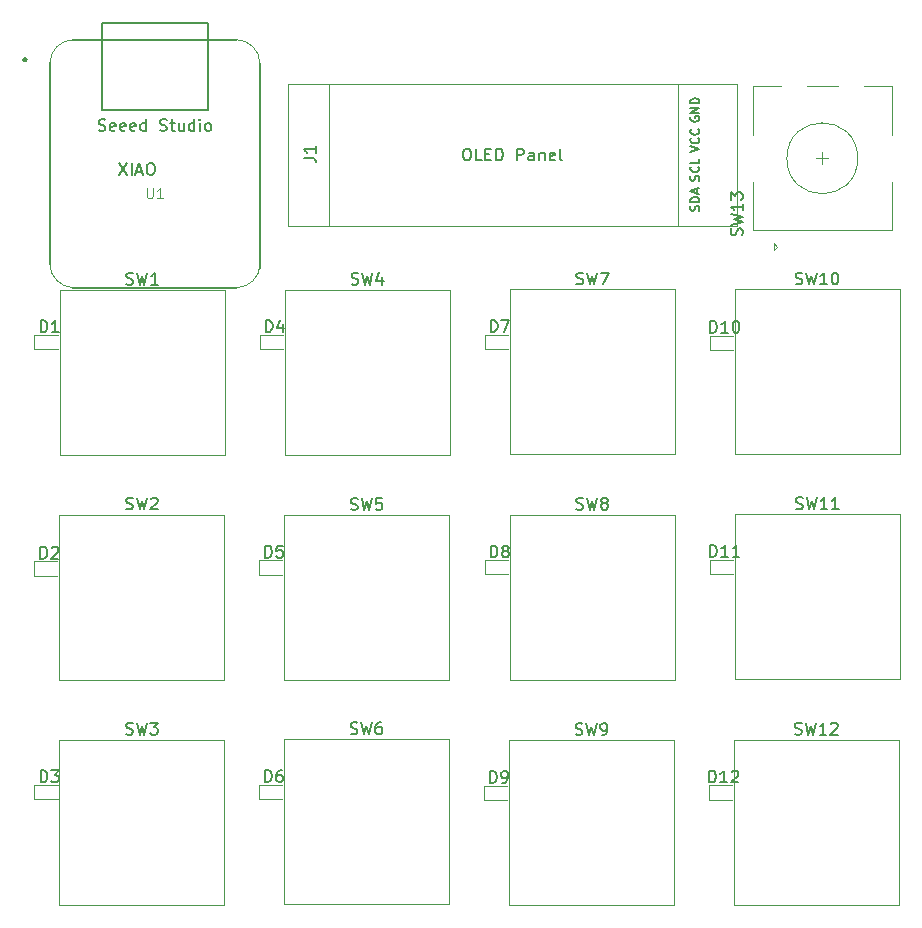
<source format=gbr>
%TF.GenerationSoftware,KiCad,Pcbnew,9.0.7*%
%TF.CreationDate,2026-02-22T16:46:49+05:30*%
%TF.ProjectId,Project,50726f6a-6563-4742-9e6b-696361645f70,rev?*%
%TF.SameCoordinates,Original*%
%TF.FileFunction,Legend,Top*%
%TF.FilePolarity,Positive*%
%FSLAX46Y46*%
G04 Gerber Fmt 4.6, Leading zero omitted, Abs format (unit mm)*
G04 Created by KiCad (PCBNEW 9.0.7) date 2026-02-22 16:46:49*
%MOMM*%
%LPD*%
G01*
G04 APERTURE LIST*
%ADD10C,0.150000*%
%ADD11C,0.101600*%
%ADD12C,0.120000*%
%ADD13C,0.040000*%
%ADD14C,0.127000*%
%ADD15C,0.254000*%
%ADD16C,0.025400*%
G04 APERTURE END LIST*
D10*
X131586667Y-76473200D02*
X131729524Y-76520819D01*
X131729524Y-76520819D02*
X131967619Y-76520819D01*
X131967619Y-76520819D02*
X132062857Y-76473200D01*
X132062857Y-76473200D02*
X132110476Y-76425580D01*
X132110476Y-76425580D02*
X132158095Y-76330342D01*
X132158095Y-76330342D02*
X132158095Y-76235104D01*
X132158095Y-76235104D02*
X132110476Y-76139866D01*
X132110476Y-76139866D02*
X132062857Y-76092247D01*
X132062857Y-76092247D02*
X131967619Y-76044628D01*
X131967619Y-76044628D02*
X131777143Y-75997009D01*
X131777143Y-75997009D02*
X131681905Y-75949390D01*
X131681905Y-75949390D02*
X131634286Y-75901771D01*
X131634286Y-75901771D02*
X131586667Y-75806533D01*
X131586667Y-75806533D02*
X131586667Y-75711295D01*
X131586667Y-75711295D02*
X131634286Y-75616057D01*
X131634286Y-75616057D02*
X131681905Y-75568438D01*
X131681905Y-75568438D02*
X131777143Y-75520819D01*
X131777143Y-75520819D02*
X132015238Y-75520819D01*
X132015238Y-75520819D02*
X132158095Y-75568438D01*
X132491429Y-75520819D02*
X132729524Y-76520819D01*
X132729524Y-76520819D02*
X132920000Y-75806533D01*
X132920000Y-75806533D02*
X133110476Y-76520819D01*
X133110476Y-76520819D02*
X133348572Y-75520819D01*
X134205714Y-75520819D02*
X133729524Y-75520819D01*
X133729524Y-75520819D02*
X133681905Y-75997009D01*
X133681905Y-75997009D02*
X133729524Y-75949390D01*
X133729524Y-75949390D02*
X133824762Y-75901771D01*
X133824762Y-75901771D02*
X134062857Y-75901771D01*
X134062857Y-75901771D02*
X134158095Y-75949390D01*
X134158095Y-75949390D02*
X134205714Y-75997009D01*
X134205714Y-75997009D02*
X134253333Y-76092247D01*
X134253333Y-76092247D02*
X134253333Y-76330342D01*
X134253333Y-76330342D02*
X134205714Y-76425580D01*
X134205714Y-76425580D02*
X134158095Y-76473200D01*
X134158095Y-76473200D02*
X134062857Y-76520819D01*
X134062857Y-76520819D02*
X133824762Y-76520819D01*
X133824762Y-76520819D02*
X133729524Y-76473200D01*
X133729524Y-76473200D02*
X133681905Y-76425580D01*
X112568079Y-76436838D02*
X112710936Y-76484457D01*
X112710936Y-76484457D02*
X112949031Y-76484457D01*
X112949031Y-76484457D02*
X113044269Y-76436838D01*
X113044269Y-76436838D02*
X113091888Y-76389218D01*
X113091888Y-76389218D02*
X113139507Y-76293980D01*
X113139507Y-76293980D02*
X113139507Y-76198742D01*
X113139507Y-76198742D02*
X113091888Y-76103504D01*
X113091888Y-76103504D02*
X113044269Y-76055885D01*
X113044269Y-76055885D02*
X112949031Y-76008266D01*
X112949031Y-76008266D02*
X112758555Y-75960647D01*
X112758555Y-75960647D02*
X112663317Y-75913028D01*
X112663317Y-75913028D02*
X112615698Y-75865409D01*
X112615698Y-75865409D02*
X112568079Y-75770171D01*
X112568079Y-75770171D02*
X112568079Y-75674933D01*
X112568079Y-75674933D02*
X112615698Y-75579695D01*
X112615698Y-75579695D02*
X112663317Y-75532076D01*
X112663317Y-75532076D02*
X112758555Y-75484457D01*
X112758555Y-75484457D02*
X112996650Y-75484457D01*
X112996650Y-75484457D02*
X113139507Y-75532076D01*
X113472841Y-75484457D02*
X113710936Y-76484457D01*
X113710936Y-76484457D02*
X113901412Y-75770171D01*
X113901412Y-75770171D02*
X114091888Y-76484457D01*
X114091888Y-76484457D02*
X114329984Y-75484457D01*
X114663317Y-75579695D02*
X114710936Y-75532076D01*
X114710936Y-75532076D02*
X114806174Y-75484457D01*
X114806174Y-75484457D02*
X115044269Y-75484457D01*
X115044269Y-75484457D02*
X115139507Y-75532076D01*
X115139507Y-75532076D02*
X115187126Y-75579695D01*
X115187126Y-75579695D02*
X115234745Y-75674933D01*
X115234745Y-75674933D02*
X115234745Y-75770171D01*
X115234745Y-75770171D02*
X115187126Y-75913028D01*
X115187126Y-75913028D02*
X114615698Y-76484457D01*
X114615698Y-76484457D02*
X115234745Y-76484457D01*
X162005714Y-80494819D02*
X162005714Y-79494819D01*
X162005714Y-79494819D02*
X162243809Y-79494819D01*
X162243809Y-79494819D02*
X162386666Y-79542438D01*
X162386666Y-79542438D02*
X162481904Y-79637676D01*
X162481904Y-79637676D02*
X162529523Y-79732914D01*
X162529523Y-79732914D02*
X162577142Y-79923390D01*
X162577142Y-79923390D02*
X162577142Y-80066247D01*
X162577142Y-80066247D02*
X162529523Y-80256723D01*
X162529523Y-80256723D02*
X162481904Y-80351961D01*
X162481904Y-80351961D02*
X162386666Y-80447200D01*
X162386666Y-80447200D02*
X162243809Y-80494819D01*
X162243809Y-80494819D02*
X162005714Y-80494819D01*
X163529523Y-80494819D02*
X162958095Y-80494819D01*
X163243809Y-80494819D02*
X163243809Y-79494819D01*
X163243809Y-79494819D02*
X163148571Y-79637676D01*
X163148571Y-79637676D02*
X163053333Y-79732914D01*
X163053333Y-79732914D02*
X162958095Y-79780533D01*
X164481904Y-80494819D02*
X163910476Y-80494819D01*
X164196190Y-80494819D02*
X164196190Y-79494819D01*
X164196190Y-79494819D02*
X164100952Y-79637676D01*
X164100952Y-79637676D02*
X164005714Y-79732914D01*
X164005714Y-79732914D02*
X163910476Y-79780533D01*
X124321905Y-99544819D02*
X124321905Y-98544819D01*
X124321905Y-98544819D02*
X124560000Y-98544819D01*
X124560000Y-98544819D02*
X124702857Y-98592438D01*
X124702857Y-98592438D02*
X124798095Y-98687676D01*
X124798095Y-98687676D02*
X124845714Y-98782914D01*
X124845714Y-98782914D02*
X124893333Y-98973390D01*
X124893333Y-98973390D02*
X124893333Y-99116247D01*
X124893333Y-99116247D02*
X124845714Y-99306723D01*
X124845714Y-99306723D02*
X124798095Y-99401961D01*
X124798095Y-99401961D02*
X124702857Y-99497200D01*
X124702857Y-99497200D02*
X124560000Y-99544819D01*
X124560000Y-99544819D02*
X124321905Y-99544819D01*
X125750476Y-98544819D02*
X125560000Y-98544819D01*
X125560000Y-98544819D02*
X125464762Y-98592438D01*
X125464762Y-98592438D02*
X125417143Y-98640057D01*
X125417143Y-98640057D02*
X125321905Y-98782914D01*
X125321905Y-98782914D02*
X125274286Y-98973390D01*
X125274286Y-98973390D02*
X125274286Y-99354342D01*
X125274286Y-99354342D02*
X125321905Y-99449580D01*
X125321905Y-99449580D02*
X125369524Y-99497200D01*
X125369524Y-99497200D02*
X125464762Y-99544819D01*
X125464762Y-99544819D02*
X125655238Y-99544819D01*
X125655238Y-99544819D02*
X125750476Y-99497200D01*
X125750476Y-99497200D02*
X125798095Y-99449580D01*
X125798095Y-99449580D02*
X125845714Y-99354342D01*
X125845714Y-99354342D02*
X125845714Y-99116247D01*
X125845714Y-99116247D02*
X125798095Y-99021009D01*
X125798095Y-99021009D02*
X125750476Y-98973390D01*
X125750476Y-98973390D02*
X125655238Y-98925771D01*
X125655238Y-98925771D02*
X125464762Y-98925771D01*
X125464762Y-98925771D02*
X125369524Y-98973390D01*
X125369524Y-98973390D02*
X125321905Y-99021009D01*
X125321905Y-99021009D02*
X125274286Y-99116247D01*
X150625437Y-95534430D02*
X150768294Y-95582049D01*
X150768294Y-95582049D02*
X151006389Y-95582049D01*
X151006389Y-95582049D02*
X151101627Y-95534430D01*
X151101627Y-95534430D02*
X151149246Y-95486810D01*
X151149246Y-95486810D02*
X151196865Y-95391572D01*
X151196865Y-95391572D02*
X151196865Y-95296334D01*
X151196865Y-95296334D02*
X151149246Y-95201096D01*
X151149246Y-95201096D02*
X151101627Y-95153477D01*
X151101627Y-95153477D02*
X151006389Y-95105858D01*
X151006389Y-95105858D02*
X150815913Y-95058239D01*
X150815913Y-95058239D02*
X150720675Y-95010620D01*
X150720675Y-95010620D02*
X150673056Y-94963001D01*
X150673056Y-94963001D02*
X150625437Y-94867763D01*
X150625437Y-94867763D02*
X150625437Y-94772525D01*
X150625437Y-94772525D02*
X150673056Y-94677287D01*
X150673056Y-94677287D02*
X150720675Y-94629668D01*
X150720675Y-94629668D02*
X150815913Y-94582049D01*
X150815913Y-94582049D02*
X151054008Y-94582049D01*
X151054008Y-94582049D02*
X151196865Y-94629668D01*
X151530199Y-94582049D02*
X151768294Y-95582049D01*
X151768294Y-95582049D02*
X151958770Y-94867763D01*
X151958770Y-94867763D02*
X152149246Y-95582049D01*
X152149246Y-95582049D02*
X152387342Y-94582049D01*
X152815913Y-95582049D02*
X153006389Y-95582049D01*
X153006389Y-95582049D02*
X153101627Y-95534430D01*
X153101627Y-95534430D02*
X153149246Y-95486810D01*
X153149246Y-95486810D02*
X153244484Y-95343953D01*
X153244484Y-95343953D02*
X153292103Y-95153477D01*
X153292103Y-95153477D02*
X153292103Y-94772525D01*
X153292103Y-94772525D02*
X153244484Y-94677287D01*
X153244484Y-94677287D02*
X153196865Y-94629668D01*
X153196865Y-94629668D02*
X153101627Y-94582049D01*
X153101627Y-94582049D02*
X152911151Y-94582049D01*
X152911151Y-94582049D02*
X152815913Y-94629668D01*
X152815913Y-94629668D02*
X152768294Y-94677287D01*
X152768294Y-94677287D02*
X152720675Y-94772525D01*
X152720675Y-94772525D02*
X152720675Y-95010620D01*
X152720675Y-95010620D02*
X152768294Y-95105858D01*
X152768294Y-95105858D02*
X152815913Y-95153477D01*
X152815913Y-95153477D02*
X152911151Y-95201096D01*
X152911151Y-95201096D02*
X153101627Y-95201096D01*
X153101627Y-95201096D02*
X153196865Y-95153477D01*
X153196865Y-95153477D02*
X153244484Y-95105858D01*
X153244484Y-95105858D02*
X153292103Y-95010620D01*
X143432302Y-61454818D02*
X143432302Y-60454818D01*
X143432302Y-60454818D02*
X143670397Y-60454818D01*
X143670397Y-60454818D02*
X143813254Y-60502437D01*
X143813254Y-60502437D02*
X143908492Y-60597675D01*
X143908492Y-60597675D02*
X143956111Y-60692913D01*
X143956111Y-60692913D02*
X144003730Y-60883389D01*
X144003730Y-60883389D02*
X144003730Y-61026246D01*
X144003730Y-61026246D02*
X143956111Y-61216722D01*
X143956111Y-61216722D02*
X143908492Y-61311960D01*
X143908492Y-61311960D02*
X143813254Y-61407199D01*
X143813254Y-61407199D02*
X143670397Y-61454818D01*
X143670397Y-61454818D02*
X143432302Y-61454818D01*
X144337064Y-60454818D02*
X145003730Y-60454818D01*
X145003730Y-60454818D02*
X144575159Y-61454818D01*
X143371905Y-99624819D02*
X143371905Y-98624819D01*
X143371905Y-98624819D02*
X143610000Y-98624819D01*
X143610000Y-98624819D02*
X143752857Y-98672438D01*
X143752857Y-98672438D02*
X143848095Y-98767676D01*
X143848095Y-98767676D02*
X143895714Y-98862914D01*
X143895714Y-98862914D02*
X143943333Y-99053390D01*
X143943333Y-99053390D02*
X143943333Y-99196247D01*
X143943333Y-99196247D02*
X143895714Y-99386723D01*
X143895714Y-99386723D02*
X143848095Y-99481961D01*
X143848095Y-99481961D02*
X143752857Y-99577200D01*
X143752857Y-99577200D02*
X143610000Y-99624819D01*
X143610000Y-99624819D02*
X143371905Y-99624819D01*
X144419524Y-99624819D02*
X144610000Y-99624819D01*
X144610000Y-99624819D02*
X144705238Y-99577200D01*
X144705238Y-99577200D02*
X144752857Y-99529580D01*
X144752857Y-99529580D02*
X144848095Y-99386723D01*
X144848095Y-99386723D02*
X144895714Y-99196247D01*
X144895714Y-99196247D02*
X144895714Y-98815295D01*
X144895714Y-98815295D02*
X144848095Y-98720057D01*
X144848095Y-98720057D02*
X144800476Y-98672438D01*
X144800476Y-98672438D02*
X144705238Y-98624819D01*
X144705238Y-98624819D02*
X144514762Y-98624819D01*
X144514762Y-98624819D02*
X144419524Y-98672438D01*
X144419524Y-98672438D02*
X144371905Y-98720057D01*
X144371905Y-98720057D02*
X144324286Y-98815295D01*
X144324286Y-98815295D02*
X144324286Y-99053390D01*
X144324286Y-99053390D02*
X144371905Y-99148628D01*
X144371905Y-99148628D02*
X144419524Y-99196247D01*
X144419524Y-99196247D02*
X144514762Y-99243866D01*
X144514762Y-99243866D02*
X144705238Y-99243866D01*
X144705238Y-99243866D02*
X144800476Y-99196247D01*
X144800476Y-99196247D02*
X144848095Y-99148628D01*
X144848095Y-99148628D02*
X144895714Y-99053390D01*
X169253213Y-57371759D02*
X169396070Y-57419378D01*
X169396070Y-57419378D02*
X169634165Y-57419378D01*
X169634165Y-57419378D02*
X169729403Y-57371759D01*
X169729403Y-57371759D02*
X169777022Y-57324139D01*
X169777022Y-57324139D02*
X169824641Y-57228901D01*
X169824641Y-57228901D02*
X169824641Y-57133663D01*
X169824641Y-57133663D02*
X169777022Y-57038425D01*
X169777022Y-57038425D02*
X169729403Y-56990806D01*
X169729403Y-56990806D02*
X169634165Y-56943187D01*
X169634165Y-56943187D02*
X169443689Y-56895568D01*
X169443689Y-56895568D02*
X169348451Y-56847949D01*
X169348451Y-56847949D02*
X169300832Y-56800330D01*
X169300832Y-56800330D02*
X169253213Y-56705092D01*
X169253213Y-56705092D02*
X169253213Y-56609854D01*
X169253213Y-56609854D02*
X169300832Y-56514616D01*
X169300832Y-56514616D02*
X169348451Y-56466997D01*
X169348451Y-56466997D02*
X169443689Y-56419378D01*
X169443689Y-56419378D02*
X169681784Y-56419378D01*
X169681784Y-56419378D02*
X169824641Y-56466997D01*
X170157975Y-56419378D02*
X170396070Y-57419378D01*
X170396070Y-57419378D02*
X170586546Y-56705092D01*
X170586546Y-56705092D02*
X170777022Y-57419378D01*
X170777022Y-57419378D02*
X171015118Y-56419378D01*
X171919879Y-57419378D02*
X171348451Y-57419378D01*
X171634165Y-57419378D02*
X171634165Y-56419378D01*
X171634165Y-56419378D02*
X171538927Y-56562235D01*
X171538927Y-56562235D02*
X171443689Y-56657473D01*
X171443689Y-56657473D02*
X171348451Y-56705092D01*
X172538927Y-56419378D02*
X172634165Y-56419378D01*
X172634165Y-56419378D02*
X172729403Y-56466997D01*
X172729403Y-56466997D02*
X172777022Y-56514616D01*
X172777022Y-56514616D02*
X172824641Y-56609854D01*
X172824641Y-56609854D02*
X172872260Y-56800330D01*
X172872260Y-56800330D02*
X172872260Y-57038425D01*
X172872260Y-57038425D02*
X172824641Y-57228901D01*
X172824641Y-57228901D02*
X172777022Y-57324139D01*
X172777022Y-57324139D02*
X172729403Y-57371759D01*
X172729403Y-57371759D02*
X172634165Y-57419378D01*
X172634165Y-57419378D02*
X172538927Y-57419378D01*
X172538927Y-57419378D02*
X172443689Y-57371759D01*
X172443689Y-57371759D02*
X172396070Y-57324139D01*
X172396070Y-57324139D02*
X172348451Y-57228901D01*
X172348451Y-57228901D02*
X172300832Y-57038425D01*
X172300832Y-57038425D02*
X172300832Y-56800330D01*
X172300832Y-56800330D02*
X172348451Y-56609854D01*
X172348451Y-56609854D02*
X172396070Y-56514616D01*
X172396070Y-56514616D02*
X172443689Y-56466997D01*
X172443689Y-56466997D02*
X172538927Y-56419378D01*
X143429973Y-80537730D02*
X143429973Y-79537730D01*
X143429973Y-79537730D02*
X143668068Y-79537730D01*
X143668068Y-79537730D02*
X143810925Y-79585349D01*
X143810925Y-79585349D02*
X143906163Y-79680587D01*
X143906163Y-79680587D02*
X143953782Y-79775825D01*
X143953782Y-79775825D02*
X144001401Y-79966301D01*
X144001401Y-79966301D02*
X144001401Y-80109158D01*
X144001401Y-80109158D02*
X143953782Y-80299634D01*
X143953782Y-80299634D02*
X143906163Y-80394872D01*
X143906163Y-80394872D02*
X143810925Y-80490111D01*
X143810925Y-80490111D02*
X143668068Y-80537730D01*
X143668068Y-80537730D02*
X143429973Y-80537730D01*
X144572830Y-79966301D02*
X144477592Y-79918682D01*
X144477592Y-79918682D02*
X144429973Y-79871063D01*
X144429973Y-79871063D02*
X144382354Y-79775825D01*
X144382354Y-79775825D02*
X144382354Y-79728206D01*
X144382354Y-79728206D02*
X144429973Y-79632968D01*
X144429973Y-79632968D02*
X144477592Y-79585349D01*
X144477592Y-79585349D02*
X144572830Y-79537730D01*
X144572830Y-79537730D02*
X144763306Y-79537730D01*
X144763306Y-79537730D02*
X144858544Y-79585349D01*
X144858544Y-79585349D02*
X144906163Y-79632968D01*
X144906163Y-79632968D02*
X144953782Y-79728206D01*
X144953782Y-79728206D02*
X144953782Y-79775825D01*
X144953782Y-79775825D02*
X144906163Y-79871063D01*
X144906163Y-79871063D02*
X144858544Y-79918682D01*
X144858544Y-79918682D02*
X144763306Y-79966301D01*
X144763306Y-79966301D02*
X144572830Y-79966301D01*
X144572830Y-79966301D02*
X144477592Y-80013920D01*
X144477592Y-80013920D02*
X144429973Y-80061539D01*
X144429973Y-80061539D02*
X144382354Y-80156777D01*
X144382354Y-80156777D02*
X144382354Y-80347253D01*
X144382354Y-80347253D02*
X144429973Y-80442491D01*
X144429973Y-80442491D02*
X144477592Y-80490111D01*
X144477592Y-80490111D02*
X144572830Y-80537730D01*
X144572830Y-80537730D02*
X144763306Y-80537730D01*
X144763306Y-80537730D02*
X144858544Y-80490111D01*
X144858544Y-80490111D02*
X144906163Y-80442491D01*
X144906163Y-80442491D02*
X144953782Y-80347253D01*
X144953782Y-80347253D02*
X144953782Y-80156777D01*
X144953782Y-80156777D02*
X144906163Y-80061539D01*
X144906163Y-80061539D02*
X144858544Y-80013920D01*
X144858544Y-80013920D02*
X144763306Y-79966301D01*
X112565528Y-95496687D02*
X112708385Y-95544306D01*
X112708385Y-95544306D02*
X112946480Y-95544306D01*
X112946480Y-95544306D02*
X113041718Y-95496687D01*
X113041718Y-95496687D02*
X113089337Y-95449067D01*
X113089337Y-95449067D02*
X113136956Y-95353829D01*
X113136956Y-95353829D02*
X113136956Y-95258591D01*
X113136956Y-95258591D02*
X113089337Y-95163353D01*
X113089337Y-95163353D02*
X113041718Y-95115734D01*
X113041718Y-95115734D02*
X112946480Y-95068115D01*
X112946480Y-95068115D02*
X112756004Y-95020496D01*
X112756004Y-95020496D02*
X112660766Y-94972877D01*
X112660766Y-94972877D02*
X112613147Y-94925258D01*
X112613147Y-94925258D02*
X112565528Y-94830020D01*
X112565528Y-94830020D02*
X112565528Y-94734782D01*
X112565528Y-94734782D02*
X112613147Y-94639544D01*
X112613147Y-94639544D02*
X112660766Y-94591925D01*
X112660766Y-94591925D02*
X112756004Y-94544306D01*
X112756004Y-94544306D02*
X112994099Y-94544306D01*
X112994099Y-94544306D02*
X113136956Y-94591925D01*
X113470290Y-94544306D02*
X113708385Y-95544306D01*
X113708385Y-95544306D02*
X113898861Y-94830020D01*
X113898861Y-94830020D02*
X114089337Y-95544306D01*
X114089337Y-95544306D02*
X114327433Y-94544306D01*
X114613147Y-94544306D02*
X115232194Y-94544306D01*
X115232194Y-94544306D02*
X114898861Y-94925258D01*
X114898861Y-94925258D02*
X115041718Y-94925258D01*
X115041718Y-94925258D02*
X115136956Y-94972877D01*
X115136956Y-94972877D02*
X115184575Y-95020496D01*
X115184575Y-95020496D02*
X115232194Y-95115734D01*
X115232194Y-95115734D02*
X115232194Y-95353829D01*
X115232194Y-95353829D02*
X115184575Y-95449067D01*
X115184575Y-95449067D02*
X115136956Y-95496687D01*
X115136956Y-95496687D02*
X115041718Y-95544306D01*
X115041718Y-95544306D02*
X114756004Y-95544306D01*
X114756004Y-95544306D02*
X114660766Y-95496687D01*
X114660766Y-95496687D02*
X114613147Y-95449067D01*
X127599819Y-46718333D02*
X128314104Y-46718333D01*
X128314104Y-46718333D02*
X128456961Y-46765952D01*
X128456961Y-46765952D02*
X128552200Y-46861190D01*
X128552200Y-46861190D02*
X128599819Y-47004047D01*
X128599819Y-47004047D02*
X128599819Y-47099285D01*
X128599819Y-45718333D02*
X128599819Y-46289761D01*
X128599819Y-46004047D02*
X127599819Y-46004047D01*
X127599819Y-46004047D02*
X127742676Y-46099285D01*
X127742676Y-46099285D02*
X127837914Y-46194523D01*
X127837914Y-46194523D02*
X127885533Y-46289761D01*
X160334164Y-46204999D02*
X161084164Y-45954999D01*
X161084164Y-45954999D02*
X160334164Y-45704999D01*
X161012735Y-45026428D02*
X161048450Y-45062142D01*
X161048450Y-45062142D02*
X161084164Y-45169285D01*
X161084164Y-45169285D02*
X161084164Y-45240713D01*
X161084164Y-45240713D02*
X161048450Y-45347856D01*
X161048450Y-45347856D02*
X160977021Y-45419285D01*
X160977021Y-45419285D02*
X160905592Y-45454999D01*
X160905592Y-45454999D02*
X160762735Y-45490713D01*
X160762735Y-45490713D02*
X160655592Y-45490713D01*
X160655592Y-45490713D02*
X160512735Y-45454999D01*
X160512735Y-45454999D02*
X160441307Y-45419285D01*
X160441307Y-45419285D02*
X160369878Y-45347856D01*
X160369878Y-45347856D02*
X160334164Y-45240713D01*
X160334164Y-45240713D02*
X160334164Y-45169285D01*
X160334164Y-45169285D02*
X160369878Y-45062142D01*
X160369878Y-45062142D02*
X160405592Y-45026428D01*
X161012735Y-44276428D02*
X161048450Y-44312142D01*
X161048450Y-44312142D02*
X161084164Y-44419285D01*
X161084164Y-44419285D02*
X161084164Y-44490713D01*
X161084164Y-44490713D02*
X161048450Y-44597856D01*
X161048450Y-44597856D02*
X160977021Y-44669285D01*
X160977021Y-44669285D02*
X160905592Y-44704999D01*
X160905592Y-44704999D02*
X160762735Y-44740713D01*
X160762735Y-44740713D02*
X160655592Y-44740713D01*
X160655592Y-44740713D02*
X160512735Y-44704999D01*
X160512735Y-44704999D02*
X160441307Y-44669285D01*
X160441307Y-44669285D02*
X160369878Y-44597856D01*
X160369878Y-44597856D02*
X160334164Y-44490713D01*
X160334164Y-44490713D02*
X160334164Y-44419285D01*
X160334164Y-44419285D02*
X160369878Y-44312142D01*
X160369878Y-44312142D02*
X160405592Y-44276428D01*
X161048450Y-48637856D02*
X161084164Y-48530714D01*
X161084164Y-48530714D02*
X161084164Y-48352142D01*
X161084164Y-48352142D02*
X161048450Y-48280714D01*
X161048450Y-48280714D02*
X161012735Y-48244999D01*
X161012735Y-48244999D02*
X160941307Y-48209285D01*
X160941307Y-48209285D02*
X160869878Y-48209285D01*
X160869878Y-48209285D02*
X160798450Y-48244999D01*
X160798450Y-48244999D02*
X160762735Y-48280714D01*
X160762735Y-48280714D02*
X160727021Y-48352142D01*
X160727021Y-48352142D02*
X160691307Y-48494999D01*
X160691307Y-48494999D02*
X160655592Y-48566428D01*
X160655592Y-48566428D02*
X160619878Y-48602142D01*
X160619878Y-48602142D02*
X160548450Y-48637856D01*
X160548450Y-48637856D02*
X160477021Y-48637856D01*
X160477021Y-48637856D02*
X160405592Y-48602142D01*
X160405592Y-48602142D02*
X160369878Y-48566428D01*
X160369878Y-48566428D02*
X160334164Y-48494999D01*
X160334164Y-48494999D02*
X160334164Y-48316428D01*
X160334164Y-48316428D02*
X160369878Y-48209285D01*
X161012735Y-47459285D02*
X161048450Y-47494999D01*
X161048450Y-47494999D02*
X161084164Y-47602142D01*
X161084164Y-47602142D02*
X161084164Y-47673570D01*
X161084164Y-47673570D02*
X161048450Y-47780713D01*
X161048450Y-47780713D02*
X160977021Y-47852142D01*
X160977021Y-47852142D02*
X160905592Y-47887856D01*
X160905592Y-47887856D02*
X160762735Y-47923570D01*
X160762735Y-47923570D02*
X160655592Y-47923570D01*
X160655592Y-47923570D02*
X160512735Y-47887856D01*
X160512735Y-47887856D02*
X160441307Y-47852142D01*
X160441307Y-47852142D02*
X160369878Y-47780713D01*
X160369878Y-47780713D02*
X160334164Y-47673570D01*
X160334164Y-47673570D02*
X160334164Y-47602142D01*
X160334164Y-47602142D02*
X160369878Y-47494999D01*
X160369878Y-47494999D02*
X160405592Y-47459285D01*
X161084164Y-46780713D02*
X161084164Y-47137856D01*
X161084164Y-47137856D02*
X160334164Y-47137856D01*
X161048450Y-51195713D02*
X161084164Y-51088571D01*
X161084164Y-51088571D02*
X161084164Y-50909999D01*
X161084164Y-50909999D02*
X161048450Y-50838571D01*
X161048450Y-50838571D02*
X161012735Y-50802856D01*
X161012735Y-50802856D02*
X160941307Y-50767142D01*
X160941307Y-50767142D02*
X160869878Y-50767142D01*
X160869878Y-50767142D02*
X160798450Y-50802856D01*
X160798450Y-50802856D02*
X160762735Y-50838571D01*
X160762735Y-50838571D02*
X160727021Y-50909999D01*
X160727021Y-50909999D02*
X160691307Y-51052856D01*
X160691307Y-51052856D02*
X160655592Y-51124285D01*
X160655592Y-51124285D02*
X160619878Y-51159999D01*
X160619878Y-51159999D02*
X160548450Y-51195713D01*
X160548450Y-51195713D02*
X160477021Y-51195713D01*
X160477021Y-51195713D02*
X160405592Y-51159999D01*
X160405592Y-51159999D02*
X160369878Y-51124285D01*
X160369878Y-51124285D02*
X160334164Y-51052856D01*
X160334164Y-51052856D02*
X160334164Y-50874285D01*
X160334164Y-50874285D02*
X160369878Y-50767142D01*
X161084164Y-50445713D02*
X160334164Y-50445713D01*
X160334164Y-50445713D02*
X160334164Y-50267142D01*
X160334164Y-50267142D02*
X160369878Y-50159999D01*
X160369878Y-50159999D02*
X160441307Y-50088570D01*
X160441307Y-50088570D02*
X160512735Y-50052856D01*
X160512735Y-50052856D02*
X160655592Y-50017142D01*
X160655592Y-50017142D02*
X160762735Y-50017142D01*
X160762735Y-50017142D02*
X160905592Y-50052856D01*
X160905592Y-50052856D02*
X160977021Y-50088570D01*
X160977021Y-50088570D02*
X161048450Y-50159999D01*
X161048450Y-50159999D02*
X161084164Y-50267142D01*
X161084164Y-50267142D02*
X161084164Y-50445713D01*
X160869878Y-49731427D02*
X160869878Y-49374285D01*
X161084164Y-49802856D02*
X160334164Y-49552856D01*
X160334164Y-49552856D02*
X161084164Y-49302856D01*
X160369878Y-43236428D02*
X160334164Y-43307857D01*
X160334164Y-43307857D02*
X160334164Y-43414999D01*
X160334164Y-43414999D02*
X160369878Y-43522142D01*
X160369878Y-43522142D02*
X160441307Y-43593571D01*
X160441307Y-43593571D02*
X160512735Y-43629285D01*
X160512735Y-43629285D02*
X160655592Y-43664999D01*
X160655592Y-43664999D02*
X160762735Y-43664999D01*
X160762735Y-43664999D02*
X160905592Y-43629285D01*
X160905592Y-43629285D02*
X160977021Y-43593571D01*
X160977021Y-43593571D02*
X161048450Y-43522142D01*
X161048450Y-43522142D02*
X161084164Y-43414999D01*
X161084164Y-43414999D02*
X161084164Y-43343571D01*
X161084164Y-43343571D02*
X161048450Y-43236428D01*
X161048450Y-43236428D02*
X161012735Y-43200714D01*
X161012735Y-43200714D02*
X160762735Y-43200714D01*
X160762735Y-43200714D02*
X160762735Y-43343571D01*
X161084164Y-42879285D02*
X160334164Y-42879285D01*
X160334164Y-42879285D02*
X161084164Y-42450714D01*
X161084164Y-42450714D02*
X160334164Y-42450714D01*
X161084164Y-42093571D02*
X160334164Y-42093571D01*
X160334164Y-42093571D02*
X160334164Y-41915000D01*
X160334164Y-41915000D02*
X160369878Y-41807857D01*
X160369878Y-41807857D02*
X160441307Y-41736428D01*
X160441307Y-41736428D02*
X160512735Y-41700714D01*
X160512735Y-41700714D02*
X160655592Y-41665000D01*
X160655592Y-41665000D02*
X160762735Y-41665000D01*
X160762735Y-41665000D02*
X160905592Y-41700714D01*
X160905592Y-41700714D02*
X160977021Y-41736428D01*
X160977021Y-41736428D02*
X161048450Y-41807857D01*
X161048450Y-41807857D02*
X161084164Y-41915000D01*
X161084164Y-41915000D02*
X161084164Y-42093571D01*
X141316428Y-45929819D02*
X141506904Y-45929819D01*
X141506904Y-45929819D02*
X141602142Y-45977438D01*
X141602142Y-45977438D02*
X141697380Y-46072676D01*
X141697380Y-46072676D02*
X141744999Y-46263152D01*
X141744999Y-46263152D02*
X141744999Y-46596485D01*
X141744999Y-46596485D02*
X141697380Y-46786961D01*
X141697380Y-46786961D02*
X141602142Y-46882200D01*
X141602142Y-46882200D02*
X141506904Y-46929819D01*
X141506904Y-46929819D02*
X141316428Y-46929819D01*
X141316428Y-46929819D02*
X141221190Y-46882200D01*
X141221190Y-46882200D02*
X141125952Y-46786961D01*
X141125952Y-46786961D02*
X141078333Y-46596485D01*
X141078333Y-46596485D02*
X141078333Y-46263152D01*
X141078333Y-46263152D02*
X141125952Y-46072676D01*
X141125952Y-46072676D02*
X141221190Y-45977438D01*
X141221190Y-45977438D02*
X141316428Y-45929819D01*
X142649761Y-46929819D02*
X142173571Y-46929819D01*
X142173571Y-46929819D02*
X142173571Y-45929819D01*
X142983095Y-46406009D02*
X143316428Y-46406009D01*
X143459285Y-46929819D02*
X142983095Y-46929819D01*
X142983095Y-46929819D02*
X142983095Y-45929819D01*
X142983095Y-45929819D02*
X143459285Y-45929819D01*
X143887857Y-46929819D02*
X143887857Y-45929819D01*
X143887857Y-45929819D02*
X144125952Y-45929819D01*
X144125952Y-45929819D02*
X144268809Y-45977438D01*
X144268809Y-45977438D02*
X144364047Y-46072676D01*
X144364047Y-46072676D02*
X144411666Y-46167914D01*
X144411666Y-46167914D02*
X144459285Y-46358390D01*
X144459285Y-46358390D02*
X144459285Y-46501247D01*
X144459285Y-46501247D02*
X144411666Y-46691723D01*
X144411666Y-46691723D02*
X144364047Y-46786961D01*
X144364047Y-46786961D02*
X144268809Y-46882200D01*
X144268809Y-46882200D02*
X144125952Y-46929819D01*
X144125952Y-46929819D02*
X143887857Y-46929819D01*
X145649762Y-46929819D02*
X145649762Y-45929819D01*
X145649762Y-45929819D02*
X146030714Y-45929819D01*
X146030714Y-45929819D02*
X146125952Y-45977438D01*
X146125952Y-45977438D02*
X146173571Y-46025057D01*
X146173571Y-46025057D02*
X146221190Y-46120295D01*
X146221190Y-46120295D02*
X146221190Y-46263152D01*
X146221190Y-46263152D02*
X146173571Y-46358390D01*
X146173571Y-46358390D02*
X146125952Y-46406009D01*
X146125952Y-46406009D02*
X146030714Y-46453628D01*
X146030714Y-46453628D02*
X145649762Y-46453628D01*
X147078333Y-46929819D02*
X147078333Y-46406009D01*
X147078333Y-46406009D02*
X147030714Y-46310771D01*
X147030714Y-46310771D02*
X146935476Y-46263152D01*
X146935476Y-46263152D02*
X146745000Y-46263152D01*
X146745000Y-46263152D02*
X146649762Y-46310771D01*
X147078333Y-46882200D02*
X146983095Y-46929819D01*
X146983095Y-46929819D02*
X146745000Y-46929819D01*
X146745000Y-46929819D02*
X146649762Y-46882200D01*
X146649762Y-46882200D02*
X146602143Y-46786961D01*
X146602143Y-46786961D02*
X146602143Y-46691723D01*
X146602143Y-46691723D02*
X146649762Y-46596485D01*
X146649762Y-46596485D02*
X146745000Y-46548866D01*
X146745000Y-46548866D02*
X146983095Y-46548866D01*
X146983095Y-46548866D02*
X147078333Y-46501247D01*
X147554524Y-46263152D02*
X147554524Y-46929819D01*
X147554524Y-46358390D02*
X147602143Y-46310771D01*
X147602143Y-46310771D02*
X147697381Y-46263152D01*
X147697381Y-46263152D02*
X147840238Y-46263152D01*
X147840238Y-46263152D02*
X147935476Y-46310771D01*
X147935476Y-46310771D02*
X147983095Y-46406009D01*
X147983095Y-46406009D02*
X147983095Y-46929819D01*
X148840238Y-46882200D02*
X148745000Y-46929819D01*
X148745000Y-46929819D02*
X148554524Y-46929819D01*
X148554524Y-46929819D02*
X148459286Y-46882200D01*
X148459286Y-46882200D02*
X148411667Y-46786961D01*
X148411667Y-46786961D02*
X148411667Y-46406009D01*
X148411667Y-46406009D02*
X148459286Y-46310771D01*
X148459286Y-46310771D02*
X148554524Y-46263152D01*
X148554524Y-46263152D02*
X148745000Y-46263152D01*
X148745000Y-46263152D02*
X148840238Y-46310771D01*
X148840238Y-46310771D02*
X148887857Y-46406009D01*
X148887857Y-46406009D02*
X148887857Y-46501247D01*
X148887857Y-46501247D02*
X148411667Y-46596485D01*
X149459286Y-46929819D02*
X149364048Y-46882200D01*
X149364048Y-46882200D02*
X149316429Y-46786961D01*
X149316429Y-46786961D02*
X149316429Y-45929819D01*
X150680700Y-76445344D02*
X150823557Y-76492963D01*
X150823557Y-76492963D02*
X151061652Y-76492963D01*
X151061652Y-76492963D02*
X151156890Y-76445344D01*
X151156890Y-76445344D02*
X151204509Y-76397724D01*
X151204509Y-76397724D02*
X151252128Y-76302486D01*
X151252128Y-76302486D02*
X151252128Y-76207248D01*
X151252128Y-76207248D02*
X151204509Y-76112010D01*
X151204509Y-76112010D02*
X151156890Y-76064391D01*
X151156890Y-76064391D02*
X151061652Y-76016772D01*
X151061652Y-76016772D02*
X150871176Y-75969153D01*
X150871176Y-75969153D02*
X150775938Y-75921534D01*
X150775938Y-75921534D02*
X150728319Y-75873915D01*
X150728319Y-75873915D02*
X150680700Y-75778677D01*
X150680700Y-75778677D02*
X150680700Y-75683439D01*
X150680700Y-75683439D02*
X150728319Y-75588201D01*
X150728319Y-75588201D02*
X150775938Y-75540582D01*
X150775938Y-75540582D02*
X150871176Y-75492963D01*
X150871176Y-75492963D02*
X151109271Y-75492963D01*
X151109271Y-75492963D02*
X151252128Y-75540582D01*
X151585462Y-75492963D02*
X151823557Y-76492963D01*
X151823557Y-76492963D02*
X152014033Y-75778677D01*
X152014033Y-75778677D02*
X152204509Y-76492963D01*
X152204509Y-76492963D02*
X152442605Y-75492963D01*
X152966414Y-75921534D02*
X152871176Y-75873915D01*
X152871176Y-75873915D02*
X152823557Y-75826296D01*
X152823557Y-75826296D02*
X152775938Y-75731058D01*
X152775938Y-75731058D02*
X152775938Y-75683439D01*
X152775938Y-75683439D02*
X152823557Y-75588201D01*
X152823557Y-75588201D02*
X152871176Y-75540582D01*
X152871176Y-75540582D02*
X152966414Y-75492963D01*
X152966414Y-75492963D02*
X153156890Y-75492963D01*
X153156890Y-75492963D02*
X153252128Y-75540582D01*
X153252128Y-75540582D02*
X153299747Y-75588201D01*
X153299747Y-75588201D02*
X153347366Y-75683439D01*
X153347366Y-75683439D02*
X153347366Y-75731058D01*
X153347366Y-75731058D02*
X153299747Y-75826296D01*
X153299747Y-75826296D02*
X153252128Y-75873915D01*
X153252128Y-75873915D02*
X153156890Y-75921534D01*
X153156890Y-75921534D02*
X152966414Y-75921534D01*
X152966414Y-75921534D02*
X152871176Y-75969153D01*
X152871176Y-75969153D02*
X152823557Y-76016772D01*
X152823557Y-76016772D02*
X152775938Y-76112010D01*
X152775938Y-76112010D02*
X152775938Y-76302486D01*
X152775938Y-76302486D02*
X152823557Y-76397724D01*
X152823557Y-76397724D02*
X152871176Y-76445344D01*
X152871176Y-76445344D02*
X152966414Y-76492963D01*
X152966414Y-76492963D02*
X153156890Y-76492963D01*
X153156890Y-76492963D02*
X153252128Y-76445344D01*
X153252128Y-76445344D02*
X153299747Y-76397724D01*
X153299747Y-76397724D02*
X153347366Y-76302486D01*
X153347366Y-76302486D02*
X153347366Y-76112010D01*
X153347366Y-76112010D02*
X153299747Y-76016772D01*
X153299747Y-76016772D02*
X153252128Y-75969153D01*
X153252128Y-75969153D02*
X153156890Y-75921534D01*
X131648208Y-57391557D02*
X131791065Y-57439176D01*
X131791065Y-57439176D02*
X132029160Y-57439176D01*
X132029160Y-57439176D02*
X132124398Y-57391557D01*
X132124398Y-57391557D02*
X132172017Y-57343937D01*
X132172017Y-57343937D02*
X132219636Y-57248699D01*
X132219636Y-57248699D02*
X132219636Y-57153461D01*
X132219636Y-57153461D02*
X132172017Y-57058223D01*
X132172017Y-57058223D02*
X132124398Y-57010604D01*
X132124398Y-57010604D02*
X132029160Y-56962985D01*
X132029160Y-56962985D02*
X131838684Y-56915366D01*
X131838684Y-56915366D02*
X131743446Y-56867747D01*
X131743446Y-56867747D02*
X131695827Y-56820128D01*
X131695827Y-56820128D02*
X131648208Y-56724890D01*
X131648208Y-56724890D02*
X131648208Y-56629652D01*
X131648208Y-56629652D02*
X131695827Y-56534414D01*
X131695827Y-56534414D02*
X131743446Y-56486795D01*
X131743446Y-56486795D02*
X131838684Y-56439176D01*
X131838684Y-56439176D02*
X132076779Y-56439176D01*
X132076779Y-56439176D02*
X132219636Y-56486795D01*
X132552970Y-56439176D02*
X132791065Y-57439176D01*
X132791065Y-57439176D02*
X132981541Y-56724890D01*
X132981541Y-56724890D02*
X133172017Y-57439176D01*
X133172017Y-57439176D02*
X133410113Y-56439176D01*
X134219636Y-56772509D02*
X134219636Y-57439176D01*
X133981541Y-56391557D02*
X133743446Y-57105842D01*
X133743446Y-57105842D02*
X134362493Y-57105842D01*
X124383924Y-61470050D02*
X124383924Y-60470050D01*
X124383924Y-60470050D02*
X124622019Y-60470050D01*
X124622019Y-60470050D02*
X124764876Y-60517669D01*
X124764876Y-60517669D02*
X124860114Y-60612907D01*
X124860114Y-60612907D02*
X124907733Y-60708145D01*
X124907733Y-60708145D02*
X124955352Y-60898621D01*
X124955352Y-60898621D02*
X124955352Y-61041478D01*
X124955352Y-61041478D02*
X124907733Y-61231954D01*
X124907733Y-61231954D02*
X124860114Y-61327192D01*
X124860114Y-61327192D02*
X124764876Y-61422431D01*
X124764876Y-61422431D02*
X124622019Y-61470050D01*
X124622019Y-61470050D02*
X124383924Y-61470050D01*
X125812495Y-60803383D02*
X125812495Y-61470050D01*
X125574400Y-60422431D02*
X125336305Y-61136716D01*
X125336305Y-61136716D02*
X125955352Y-61136716D01*
X169183092Y-95497737D02*
X169325949Y-95545356D01*
X169325949Y-95545356D02*
X169564044Y-95545356D01*
X169564044Y-95545356D02*
X169659282Y-95497737D01*
X169659282Y-95497737D02*
X169706901Y-95450117D01*
X169706901Y-95450117D02*
X169754520Y-95354879D01*
X169754520Y-95354879D02*
X169754520Y-95259641D01*
X169754520Y-95259641D02*
X169706901Y-95164403D01*
X169706901Y-95164403D02*
X169659282Y-95116784D01*
X169659282Y-95116784D02*
X169564044Y-95069165D01*
X169564044Y-95069165D02*
X169373568Y-95021546D01*
X169373568Y-95021546D02*
X169278330Y-94973927D01*
X169278330Y-94973927D02*
X169230711Y-94926308D01*
X169230711Y-94926308D02*
X169183092Y-94831070D01*
X169183092Y-94831070D02*
X169183092Y-94735832D01*
X169183092Y-94735832D02*
X169230711Y-94640594D01*
X169230711Y-94640594D02*
X169278330Y-94592975D01*
X169278330Y-94592975D02*
X169373568Y-94545356D01*
X169373568Y-94545356D02*
X169611663Y-94545356D01*
X169611663Y-94545356D02*
X169754520Y-94592975D01*
X170087854Y-94545356D02*
X170325949Y-95545356D01*
X170325949Y-95545356D02*
X170516425Y-94831070D01*
X170516425Y-94831070D02*
X170706901Y-95545356D01*
X170706901Y-95545356D02*
X170944997Y-94545356D01*
X171849758Y-95545356D02*
X171278330Y-95545356D01*
X171564044Y-95545356D02*
X171564044Y-94545356D01*
X171564044Y-94545356D02*
X171468806Y-94688213D01*
X171468806Y-94688213D02*
X171373568Y-94783451D01*
X171373568Y-94783451D02*
X171278330Y-94831070D01*
X172230711Y-94640594D02*
X172278330Y-94592975D01*
X172278330Y-94592975D02*
X172373568Y-94545356D01*
X172373568Y-94545356D02*
X172611663Y-94545356D01*
X172611663Y-94545356D02*
X172706901Y-94592975D01*
X172706901Y-94592975D02*
X172754520Y-94640594D01*
X172754520Y-94640594D02*
X172802139Y-94735832D01*
X172802139Y-94735832D02*
X172802139Y-94831070D01*
X172802139Y-94831070D02*
X172754520Y-94973927D01*
X172754520Y-94973927D02*
X172183092Y-95545356D01*
X172183092Y-95545356D02*
X172802139Y-95545356D01*
X105312553Y-99578306D02*
X105312553Y-98578306D01*
X105312553Y-98578306D02*
X105550648Y-98578306D01*
X105550648Y-98578306D02*
X105693505Y-98625925D01*
X105693505Y-98625925D02*
X105788743Y-98721163D01*
X105788743Y-98721163D02*
X105836362Y-98816401D01*
X105836362Y-98816401D02*
X105883981Y-99006877D01*
X105883981Y-99006877D02*
X105883981Y-99149734D01*
X105883981Y-99149734D02*
X105836362Y-99340210D01*
X105836362Y-99340210D02*
X105788743Y-99435448D01*
X105788743Y-99435448D02*
X105693505Y-99530687D01*
X105693505Y-99530687D02*
X105550648Y-99578306D01*
X105550648Y-99578306D02*
X105312553Y-99578306D01*
X106217315Y-98578306D02*
X106836362Y-98578306D01*
X106836362Y-98578306D02*
X106503029Y-98959258D01*
X106503029Y-98959258D02*
X106645886Y-98959258D01*
X106645886Y-98959258D02*
X106741124Y-99006877D01*
X106741124Y-99006877D02*
X106788743Y-99054496D01*
X106788743Y-99054496D02*
X106836362Y-99149734D01*
X106836362Y-99149734D02*
X106836362Y-99387829D01*
X106836362Y-99387829D02*
X106788743Y-99483067D01*
X106788743Y-99483067D02*
X106741124Y-99530687D01*
X106741124Y-99530687D02*
X106645886Y-99578306D01*
X106645886Y-99578306D02*
X106360172Y-99578306D01*
X106360172Y-99578306D02*
X106264934Y-99530687D01*
X106264934Y-99530687D02*
X106217315Y-99483067D01*
X105323255Y-61474659D02*
X105323255Y-60474659D01*
X105323255Y-60474659D02*
X105561350Y-60474659D01*
X105561350Y-60474659D02*
X105704207Y-60522278D01*
X105704207Y-60522278D02*
X105799445Y-60617516D01*
X105799445Y-60617516D02*
X105847064Y-60712754D01*
X105847064Y-60712754D02*
X105894683Y-60903230D01*
X105894683Y-60903230D02*
X105894683Y-61046087D01*
X105894683Y-61046087D02*
X105847064Y-61236563D01*
X105847064Y-61236563D02*
X105799445Y-61331801D01*
X105799445Y-61331801D02*
X105704207Y-61427040D01*
X105704207Y-61427040D02*
X105561350Y-61474659D01*
X105561350Y-61474659D02*
X105323255Y-61474659D01*
X106847064Y-61474659D02*
X106275636Y-61474659D01*
X106561350Y-61474659D02*
X106561350Y-60474659D01*
X106561350Y-60474659D02*
X106466112Y-60617516D01*
X106466112Y-60617516D02*
X106370874Y-60712754D01*
X106370874Y-60712754D02*
X106275636Y-60760373D01*
X162002719Y-61512596D02*
X162002719Y-60512596D01*
X162002719Y-60512596D02*
X162240814Y-60512596D01*
X162240814Y-60512596D02*
X162383671Y-60560215D01*
X162383671Y-60560215D02*
X162478909Y-60655453D01*
X162478909Y-60655453D02*
X162526528Y-60750691D01*
X162526528Y-60750691D02*
X162574147Y-60941167D01*
X162574147Y-60941167D02*
X162574147Y-61084024D01*
X162574147Y-61084024D02*
X162526528Y-61274500D01*
X162526528Y-61274500D02*
X162478909Y-61369738D01*
X162478909Y-61369738D02*
X162383671Y-61464977D01*
X162383671Y-61464977D02*
X162240814Y-61512596D01*
X162240814Y-61512596D02*
X162002719Y-61512596D01*
X163526528Y-61512596D02*
X162955100Y-61512596D01*
X163240814Y-61512596D02*
X163240814Y-60512596D01*
X163240814Y-60512596D02*
X163145576Y-60655453D01*
X163145576Y-60655453D02*
X163050338Y-60750691D01*
X163050338Y-60750691D02*
X162955100Y-60798310D01*
X164145576Y-60512596D02*
X164240814Y-60512596D01*
X164240814Y-60512596D02*
X164336052Y-60560215D01*
X164336052Y-60560215D02*
X164383671Y-60607834D01*
X164383671Y-60607834D02*
X164431290Y-60703072D01*
X164431290Y-60703072D02*
X164478909Y-60893548D01*
X164478909Y-60893548D02*
X164478909Y-61131643D01*
X164478909Y-61131643D02*
X164431290Y-61322119D01*
X164431290Y-61322119D02*
X164383671Y-61417357D01*
X164383671Y-61417357D02*
X164336052Y-61464977D01*
X164336052Y-61464977D02*
X164240814Y-61512596D01*
X164240814Y-61512596D02*
X164145576Y-61512596D01*
X164145576Y-61512596D02*
X164050338Y-61464977D01*
X164050338Y-61464977D02*
X164002719Y-61417357D01*
X164002719Y-61417357D02*
X163955100Y-61322119D01*
X163955100Y-61322119D02*
X163907481Y-61131643D01*
X163907481Y-61131643D02*
X163907481Y-60893548D01*
X163907481Y-60893548D02*
X163955100Y-60703072D01*
X163955100Y-60703072D02*
X164002719Y-60607834D01*
X164002719Y-60607834D02*
X164050338Y-60560215D01*
X164050338Y-60560215D02*
X164145576Y-60512596D01*
D11*
X114317666Y-49256985D02*
X114317666Y-49976652D01*
X114317666Y-49976652D02*
X114360000Y-50061318D01*
X114360000Y-50061318D02*
X114402333Y-50103652D01*
X114402333Y-50103652D02*
X114487000Y-50145985D01*
X114487000Y-50145985D02*
X114656333Y-50145985D01*
X114656333Y-50145985D02*
X114741000Y-50103652D01*
X114741000Y-50103652D02*
X114783333Y-50061318D01*
X114783333Y-50061318D02*
X114825666Y-49976652D01*
X114825666Y-49976652D02*
X114825666Y-49256985D01*
X115714666Y-50145985D02*
X115206666Y-50145985D01*
X115460666Y-50145985D02*
X115460666Y-49256985D01*
X115460666Y-49256985D02*
X115375999Y-49383985D01*
X115375999Y-49383985D02*
X115291333Y-49468652D01*
X115291333Y-49468652D02*
X115206666Y-49510985D01*
D10*
X110233095Y-44395185D02*
X110375952Y-44442804D01*
X110375952Y-44442804D02*
X110614047Y-44442804D01*
X110614047Y-44442804D02*
X110709285Y-44395185D01*
X110709285Y-44395185D02*
X110756904Y-44347565D01*
X110756904Y-44347565D02*
X110804523Y-44252327D01*
X110804523Y-44252327D02*
X110804523Y-44157089D01*
X110804523Y-44157089D02*
X110756904Y-44061851D01*
X110756904Y-44061851D02*
X110709285Y-44014232D01*
X110709285Y-44014232D02*
X110614047Y-43966613D01*
X110614047Y-43966613D02*
X110423571Y-43918994D01*
X110423571Y-43918994D02*
X110328333Y-43871375D01*
X110328333Y-43871375D02*
X110280714Y-43823756D01*
X110280714Y-43823756D02*
X110233095Y-43728518D01*
X110233095Y-43728518D02*
X110233095Y-43633280D01*
X110233095Y-43633280D02*
X110280714Y-43538042D01*
X110280714Y-43538042D02*
X110328333Y-43490423D01*
X110328333Y-43490423D02*
X110423571Y-43442804D01*
X110423571Y-43442804D02*
X110661666Y-43442804D01*
X110661666Y-43442804D02*
X110804523Y-43490423D01*
X111614047Y-44395185D02*
X111518809Y-44442804D01*
X111518809Y-44442804D02*
X111328333Y-44442804D01*
X111328333Y-44442804D02*
X111233095Y-44395185D01*
X111233095Y-44395185D02*
X111185476Y-44299946D01*
X111185476Y-44299946D02*
X111185476Y-43918994D01*
X111185476Y-43918994D02*
X111233095Y-43823756D01*
X111233095Y-43823756D02*
X111328333Y-43776137D01*
X111328333Y-43776137D02*
X111518809Y-43776137D01*
X111518809Y-43776137D02*
X111614047Y-43823756D01*
X111614047Y-43823756D02*
X111661666Y-43918994D01*
X111661666Y-43918994D02*
X111661666Y-44014232D01*
X111661666Y-44014232D02*
X111185476Y-44109470D01*
X112471190Y-44395185D02*
X112375952Y-44442804D01*
X112375952Y-44442804D02*
X112185476Y-44442804D01*
X112185476Y-44442804D02*
X112090238Y-44395185D01*
X112090238Y-44395185D02*
X112042619Y-44299946D01*
X112042619Y-44299946D02*
X112042619Y-43918994D01*
X112042619Y-43918994D02*
X112090238Y-43823756D01*
X112090238Y-43823756D02*
X112185476Y-43776137D01*
X112185476Y-43776137D02*
X112375952Y-43776137D01*
X112375952Y-43776137D02*
X112471190Y-43823756D01*
X112471190Y-43823756D02*
X112518809Y-43918994D01*
X112518809Y-43918994D02*
X112518809Y-44014232D01*
X112518809Y-44014232D02*
X112042619Y-44109470D01*
X113328333Y-44395185D02*
X113233095Y-44442804D01*
X113233095Y-44442804D02*
X113042619Y-44442804D01*
X113042619Y-44442804D02*
X112947381Y-44395185D01*
X112947381Y-44395185D02*
X112899762Y-44299946D01*
X112899762Y-44299946D02*
X112899762Y-43918994D01*
X112899762Y-43918994D02*
X112947381Y-43823756D01*
X112947381Y-43823756D02*
X113042619Y-43776137D01*
X113042619Y-43776137D02*
X113233095Y-43776137D01*
X113233095Y-43776137D02*
X113328333Y-43823756D01*
X113328333Y-43823756D02*
X113375952Y-43918994D01*
X113375952Y-43918994D02*
X113375952Y-44014232D01*
X113375952Y-44014232D02*
X112899762Y-44109470D01*
X114233095Y-44442804D02*
X114233095Y-43442804D01*
X114233095Y-44395185D02*
X114137857Y-44442804D01*
X114137857Y-44442804D02*
X113947381Y-44442804D01*
X113947381Y-44442804D02*
X113852143Y-44395185D01*
X113852143Y-44395185D02*
X113804524Y-44347565D01*
X113804524Y-44347565D02*
X113756905Y-44252327D01*
X113756905Y-44252327D02*
X113756905Y-43966613D01*
X113756905Y-43966613D02*
X113804524Y-43871375D01*
X113804524Y-43871375D02*
X113852143Y-43823756D01*
X113852143Y-43823756D02*
X113947381Y-43776137D01*
X113947381Y-43776137D02*
X114137857Y-43776137D01*
X114137857Y-43776137D02*
X114233095Y-43823756D01*
X115423572Y-44395185D02*
X115566429Y-44442804D01*
X115566429Y-44442804D02*
X115804524Y-44442804D01*
X115804524Y-44442804D02*
X115899762Y-44395185D01*
X115899762Y-44395185D02*
X115947381Y-44347565D01*
X115947381Y-44347565D02*
X115995000Y-44252327D01*
X115995000Y-44252327D02*
X115995000Y-44157089D01*
X115995000Y-44157089D02*
X115947381Y-44061851D01*
X115947381Y-44061851D02*
X115899762Y-44014232D01*
X115899762Y-44014232D02*
X115804524Y-43966613D01*
X115804524Y-43966613D02*
X115614048Y-43918994D01*
X115614048Y-43918994D02*
X115518810Y-43871375D01*
X115518810Y-43871375D02*
X115471191Y-43823756D01*
X115471191Y-43823756D02*
X115423572Y-43728518D01*
X115423572Y-43728518D02*
X115423572Y-43633280D01*
X115423572Y-43633280D02*
X115471191Y-43538042D01*
X115471191Y-43538042D02*
X115518810Y-43490423D01*
X115518810Y-43490423D02*
X115614048Y-43442804D01*
X115614048Y-43442804D02*
X115852143Y-43442804D01*
X115852143Y-43442804D02*
X115995000Y-43490423D01*
X116280715Y-43776137D02*
X116661667Y-43776137D01*
X116423572Y-43442804D02*
X116423572Y-44299946D01*
X116423572Y-44299946D02*
X116471191Y-44395185D01*
X116471191Y-44395185D02*
X116566429Y-44442804D01*
X116566429Y-44442804D02*
X116661667Y-44442804D01*
X117423572Y-43776137D02*
X117423572Y-44442804D01*
X116995001Y-43776137D02*
X116995001Y-44299946D01*
X116995001Y-44299946D02*
X117042620Y-44395185D01*
X117042620Y-44395185D02*
X117137858Y-44442804D01*
X117137858Y-44442804D02*
X117280715Y-44442804D01*
X117280715Y-44442804D02*
X117375953Y-44395185D01*
X117375953Y-44395185D02*
X117423572Y-44347565D01*
X118328334Y-44442804D02*
X118328334Y-43442804D01*
X118328334Y-44395185D02*
X118233096Y-44442804D01*
X118233096Y-44442804D02*
X118042620Y-44442804D01*
X118042620Y-44442804D02*
X117947382Y-44395185D01*
X117947382Y-44395185D02*
X117899763Y-44347565D01*
X117899763Y-44347565D02*
X117852144Y-44252327D01*
X117852144Y-44252327D02*
X117852144Y-43966613D01*
X117852144Y-43966613D02*
X117899763Y-43871375D01*
X117899763Y-43871375D02*
X117947382Y-43823756D01*
X117947382Y-43823756D02*
X118042620Y-43776137D01*
X118042620Y-43776137D02*
X118233096Y-43776137D01*
X118233096Y-43776137D02*
X118328334Y-43823756D01*
X118804525Y-44442804D02*
X118804525Y-43776137D01*
X118804525Y-43442804D02*
X118756906Y-43490423D01*
X118756906Y-43490423D02*
X118804525Y-43538042D01*
X118804525Y-43538042D02*
X118852144Y-43490423D01*
X118852144Y-43490423D02*
X118804525Y-43442804D01*
X118804525Y-43442804D02*
X118804525Y-43538042D01*
X119423572Y-44442804D02*
X119328334Y-44395185D01*
X119328334Y-44395185D02*
X119280715Y-44347565D01*
X119280715Y-44347565D02*
X119233096Y-44252327D01*
X119233096Y-44252327D02*
X119233096Y-43966613D01*
X119233096Y-43966613D02*
X119280715Y-43871375D01*
X119280715Y-43871375D02*
X119328334Y-43823756D01*
X119328334Y-43823756D02*
X119423572Y-43776137D01*
X119423572Y-43776137D02*
X119566429Y-43776137D01*
X119566429Y-43776137D02*
X119661667Y-43823756D01*
X119661667Y-43823756D02*
X119709286Y-43871375D01*
X119709286Y-43871375D02*
X119756905Y-43966613D01*
X119756905Y-43966613D02*
X119756905Y-44252327D01*
X119756905Y-44252327D02*
X119709286Y-44347565D01*
X119709286Y-44347565D02*
X119661667Y-44395185D01*
X119661667Y-44395185D02*
X119566429Y-44442804D01*
X119566429Y-44442804D02*
X119423572Y-44442804D01*
X111971191Y-47154819D02*
X112637857Y-48154819D01*
X112637857Y-47154819D02*
X111971191Y-48154819D01*
X113018810Y-48154819D02*
X113018810Y-47154819D01*
X113447381Y-47869104D02*
X113923571Y-47869104D01*
X113352143Y-48154819D02*
X113685476Y-47154819D01*
X113685476Y-47154819D02*
X114018809Y-48154819D01*
X114542619Y-47154819D02*
X114733095Y-47154819D01*
X114733095Y-47154819D02*
X114828333Y-47202438D01*
X114828333Y-47202438D02*
X114923571Y-47297676D01*
X114923571Y-47297676D02*
X114971190Y-47488152D01*
X114971190Y-47488152D02*
X114971190Y-47821485D01*
X114971190Y-47821485D02*
X114923571Y-48011961D01*
X114923571Y-48011961D02*
X114828333Y-48107200D01*
X114828333Y-48107200D02*
X114733095Y-48154819D01*
X114733095Y-48154819D02*
X114542619Y-48154819D01*
X114542619Y-48154819D02*
X114447381Y-48107200D01*
X114447381Y-48107200D02*
X114352143Y-48011961D01*
X114352143Y-48011961D02*
X114304524Y-47821485D01*
X114304524Y-47821485D02*
X114304524Y-47488152D01*
X114304524Y-47488152D02*
X114352143Y-47297676D01*
X114352143Y-47297676D02*
X114447381Y-47202438D01*
X114447381Y-47202438D02*
X114542619Y-47154819D01*
X105297251Y-80641482D02*
X105297251Y-79641482D01*
X105297251Y-79641482D02*
X105535346Y-79641482D01*
X105535346Y-79641482D02*
X105678203Y-79689101D01*
X105678203Y-79689101D02*
X105773441Y-79784339D01*
X105773441Y-79784339D02*
X105821060Y-79879577D01*
X105821060Y-79879577D02*
X105868679Y-80070053D01*
X105868679Y-80070053D02*
X105868679Y-80212910D01*
X105868679Y-80212910D02*
X105821060Y-80403386D01*
X105821060Y-80403386D02*
X105773441Y-80498624D01*
X105773441Y-80498624D02*
X105678203Y-80593863D01*
X105678203Y-80593863D02*
X105535346Y-80641482D01*
X105535346Y-80641482D02*
X105297251Y-80641482D01*
X106249632Y-79736720D02*
X106297251Y-79689101D01*
X106297251Y-79689101D02*
X106392489Y-79641482D01*
X106392489Y-79641482D02*
X106630584Y-79641482D01*
X106630584Y-79641482D02*
X106725822Y-79689101D01*
X106725822Y-79689101D02*
X106773441Y-79736720D01*
X106773441Y-79736720D02*
X106821060Y-79831958D01*
X106821060Y-79831958D02*
X106821060Y-79927196D01*
X106821060Y-79927196D02*
X106773441Y-80070053D01*
X106773441Y-80070053D02*
X106202013Y-80641482D01*
X106202013Y-80641482D02*
X106821060Y-80641482D01*
X164707200Y-53259523D02*
X164754819Y-53116666D01*
X164754819Y-53116666D02*
X164754819Y-52878571D01*
X164754819Y-52878571D02*
X164707200Y-52783333D01*
X164707200Y-52783333D02*
X164659580Y-52735714D01*
X164659580Y-52735714D02*
X164564342Y-52688095D01*
X164564342Y-52688095D02*
X164469104Y-52688095D01*
X164469104Y-52688095D02*
X164373866Y-52735714D01*
X164373866Y-52735714D02*
X164326247Y-52783333D01*
X164326247Y-52783333D02*
X164278628Y-52878571D01*
X164278628Y-52878571D02*
X164231009Y-53069047D01*
X164231009Y-53069047D02*
X164183390Y-53164285D01*
X164183390Y-53164285D02*
X164135771Y-53211904D01*
X164135771Y-53211904D02*
X164040533Y-53259523D01*
X164040533Y-53259523D02*
X163945295Y-53259523D01*
X163945295Y-53259523D02*
X163850057Y-53211904D01*
X163850057Y-53211904D02*
X163802438Y-53164285D01*
X163802438Y-53164285D02*
X163754819Y-53069047D01*
X163754819Y-53069047D02*
X163754819Y-52830952D01*
X163754819Y-52830952D02*
X163802438Y-52688095D01*
X163754819Y-52354761D02*
X164754819Y-52116666D01*
X164754819Y-52116666D02*
X164040533Y-51926190D01*
X164040533Y-51926190D02*
X164754819Y-51735714D01*
X164754819Y-51735714D02*
X163754819Y-51497619D01*
X164754819Y-50592857D02*
X164754819Y-51164285D01*
X164754819Y-50878571D02*
X163754819Y-50878571D01*
X163754819Y-50878571D02*
X163897676Y-50973809D01*
X163897676Y-50973809D02*
X163992914Y-51069047D01*
X163992914Y-51069047D02*
X164040533Y-51164285D01*
X163754819Y-50259523D02*
X163754819Y-49640476D01*
X163754819Y-49640476D02*
X164135771Y-49973809D01*
X164135771Y-49973809D02*
X164135771Y-49830952D01*
X164135771Y-49830952D02*
X164183390Y-49735714D01*
X164183390Y-49735714D02*
X164231009Y-49688095D01*
X164231009Y-49688095D02*
X164326247Y-49640476D01*
X164326247Y-49640476D02*
X164564342Y-49640476D01*
X164564342Y-49640476D02*
X164659580Y-49688095D01*
X164659580Y-49688095D02*
X164707200Y-49735714D01*
X164707200Y-49735714D02*
X164754819Y-49830952D01*
X164754819Y-49830952D02*
X164754819Y-50116666D01*
X164754819Y-50116666D02*
X164707200Y-50211904D01*
X164707200Y-50211904D02*
X164659580Y-50259523D01*
X169267907Y-76408108D02*
X169410764Y-76455727D01*
X169410764Y-76455727D02*
X169648859Y-76455727D01*
X169648859Y-76455727D02*
X169744097Y-76408108D01*
X169744097Y-76408108D02*
X169791716Y-76360488D01*
X169791716Y-76360488D02*
X169839335Y-76265250D01*
X169839335Y-76265250D02*
X169839335Y-76170012D01*
X169839335Y-76170012D02*
X169791716Y-76074774D01*
X169791716Y-76074774D02*
X169744097Y-76027155D01*
X169744097Y-76027155D02*
X169648859Y-75979536D01*
X169648859Y-75979536D02*
X169458383Y-75931917D01*
X169458383Y-75931917D02*
X169363145Y-75884298D01*
X169363145Y-75884298D02*
X169315526Y-75836679D01*
X169315526Y-75836679D02*
X169267907Y-75741441D01*
X169267907Y-75741441D02*
X169267907Y-75646203D01*
X169267907Y-75646203D02*
X169315526Y-75550965D01*
X169315526Y-75550965D02*
X169363145Y-75503346D01*
X169363145Y-75503346D02*
X169458383Y-75455727D01*
X169458383Y-75455727D02*
X169696478Y-75455727D01*
X169696478Y-75455727D02*
X169839335Y-75503346D01*
X170172669Y-75455727D02*
X170410764Y-76455727D01*
X170410764Y-76455727D02*
X170601240Y-75741441D01*
X170601240Y-75741441D02*
X170791716Y-76455727D01*
X170791716Y-76455727D02*
X171029812Y-75455727D01*
X171934573Y-76455727D02*
X171363145Y-76455727D01*
X171648859Y-76455727D02*
X171648859Y-75455727D01*
X171648859Y-75455727D02*
X171553621Y-75598584D01*
X171553621Y-75598584D02*
X171458383Y-75693822D01*
X171458383Y-75693822D02*
X171363145Y-75741441D01*
X172886954Y-76455727D02*
X172315526Y-76455727D01*
X172601240Y-76455727D02*
X172601240Y-75455727D01*
X172601240Y-75455727D02*
X172506002Y-75598584D01*
X172506002Y-75598584D02*
X172410764Y-75693822D01*
X172410764Y-75693822D02*
X172315526Y-75741441D01*
X150686667Y-57373200D02*
X150829524Y-57420819D01*
X150829524Y-57420819D02*
X151067619Y-57420819D01*
X151067619Y-57420819D02*
X151162857Y-57373200D01*
X151162857Y-57373200D02*
X151210476Y-57325580D01*
X151210476Y-57325580D02*
X151258095Y-57230342D01*
X151258095Y-57230342D02*
X151258095Y-57135104D01*
X151258095Y-57135104D02*
X151210476Y-57039866D01*
X151210476Y-57039866D02*
X151162857Y-56992247D01*
X151162857Y-56992247D02*
X151067619Y-56944628D01*
X151067619Y-56944628D02*
X150877143Y-56897009D01*
X150877143Y-56897009D02*
X150781905Y-56849390D01*
X150781905Y-56849390D02*
X150734286Y-56801771D01*
X150734286Y-56801771D02*
X150686667Y-56706533D01*
X150686667Y-56706533D02*
X150686667Y-56611295D01*
X150686667Y-56611295D02*
X150734286Y-56516057D01*
X150734286Y-56516057D02*
X150781905Y-56468438D01*
X150781905Y-56468438D02*
X150877143Y-56420819D01*
X150877143Y-56420819D02*
X151115238Y-56420819D01*
X151115238Y-56420819D02*
X151258095Y-56468438D01*
X151591429Y-56420819D02*
X151829524Y-57420819D01*
X151829524Y-57420819D02*
X152020000Y-56706533D01*
X152020000Y-56706533D02*
X152210476Y-57420819D01*
X152210476Y-57420819D02*
X152448572Y-56420819D01*
X152734286Y-56420819D02*
X153400952Y-56420819D01*
X153400952Y-56420819D02*
X152972381Y-57420819D01*
X131576667Y-95463200D02*
X131719524Y-95510819D01*
X131719524Y-95510819D02*
X131957619Y-95510819D01*
X131957619Y-95510819D02*
X132052857Y-95463200D01*
X132052857Y-95463200D02*
X132100476Y-95415580D01*
X132100476Y-95415580D02*
X132148095Y-95320342D01*
X132148095Y-95320342D02*
X132148095Y-95225104D01*
X132148095Y-95225104D02*
X132100476Y-95129866D01*
X132100476Y-95129866D02*
X132052857Y-95082247D01*
X132052857Y-95082247D02*
X131957619Y-95034628D01*
X131957619Y-95034628D02*
X131767143Y-94987009D01*
X131767143Y-94987009D02*
X131671905Y-94939390D01*
X131671905Y-94939390D02*
X131624286Y-94891771D01*
X131624286Y-94891771D02*
X131576667Y-94796533D01*
X131576667Y-94796533D02*
X131576667Y-94701295D01*
X131576667Y-94701295D02*
X131624286Y-94606057D01*
X131624286Y-94606057D02*
X131671905Y-94558438D01*
X131671905Y-94558438D02*
X131767143Y-94510819D01*
X131767143Y-94510819D02*
X132005238Y-94510819D01*
X132005238Y-94510819D02*
X132148095Y-94558438D01*
X132481429Y-94510819D02*
X132719524Y-95510819D01*
X132719524Y-95510819D02*
X132910000Y-94796533D01*
X132910000Y-94796533D02*
X133100476Y-95510819D01*
X133100476Y-95510819D02*
X133338572Y-94510819D01*
X134148095Y-94510819D02*
X133957619Y-94510819D01*
X133957619Y-94510819D02*
X133862381Y-94558438D01*
X133862381Y-94558438D02*
X133814762Y-94606057D01*
X133814762Y-94606057D02*
X133719524Y-94748914D01*
X133719524Y-94748914D02*
X133671905Y-94939390D01*
X133671905Y-94939390D02*
X133671905Y-95320342D01*
X133671905Y-95320342D02*
X133719524Y-95415580D01*
X133719524Y-95415580D02*
X133767143Y-95463200D01*
X133767143Y-95463200D02*
X133862381Y-95510819D01*
X133862381Y-95510819D02*
X134052857Y-95510819D01*
X134052857Y-95510819D02*
X134148095Y-95463200D01*
X134148095Y-95463200D02*
X134195714Y-95415580D01*
X134195714Y-95415580D02*
X134243333Y-95320342D01*
X134243333Y-95320342D02*
X134243333Y-95082247D01*
X134243333Y-95082247D02*
X134195714Y-94987009D01*
X134195714Y-94987009D02*
X134148095Y-94939390D01*
X134148095Y-94939390D02*
X134052857Y-94891771D01*
X134052857Y-94891771D02*
X133862381Y-94891771D01*
X133862381Y-94891771D02*
X133767143Y-94939390D01*
X133767143Y-94939390D02*
X133719524Y-94987009D01*
X133719524Y-94987009D02*
X133671905Y-95082247D01*
X112586667Y-57393200D02*
X112729524Y-57440819D01*
X112729524Y-57440819D02*
X112967619Y-57440819D01*
X112967619Y-57440819D02*
X113062857Y-57393200D01*
X113062857Y-57393200D02*
X113110476Y-57345580D01*
X113110476Y-57345580D02*
X113158095Y-57250342D01*
X113158095Y-57250342D02*
X113158095Y-57155104D01*
X113158095Y-57155104D02*
X113110476Y-57059866D01*
X113110476Y-57059866D02*
X113062857Y-57012247D01*
X113062857Y-57012247D02*
X112967619Y-56964628D01*
X112967619Y-56964628D02*
X112777143Y-56917009D01*
X112777143Y-56917009D02*
X112681905Y-56869390D01*
X112681905Y-56869390D02*
X112634286Y-56821771D01*
X112634286Y-56821771D02*
X112586667Y-56726533D01*
X112586667Y-56726533D02*
X112586667Y-56631295D01*
X112586667Y-56631295D02*
X112634286Y-56536057D01*
X112634286Y-56536057D02*
X112681905Y-56488438D01*
X112681905Y-56488438D02*
X112777143Y-56440819D01*
X112777143Y-56440819D02*
X113015238Y-56440819D01*
X113015238Y-56440819D02*
X113158095Y-56488438D01*
X113491429Y-56440819D02*
X113729524Y-57440819D01*
X113729524Y-57440819D02*
X113920000Y-56726533D01*
X113920000Y-56726533D02*
X114110476Y-57440819D01*
X114110476Y-57440819D02*
X114348572Y-56440819D01*
X115253333Y-57440819D02*
X114681905Y-57440819D01*
X114967619Y-57440819D02*
X114967619Y-56440819D01*
X114967619Y-56440819D02*
X114872381Y-56583676D01*
X114872381Y-56583676D02*
X114777143Y-56678914D01*
X114777143Y-56678914D02*
X114681905Y-56726533D01*
X124331905Y-80554819D02*
X124331905Y-79554819D01*
X124331905Y-79554819D02*
X124570000Y-79554819D01*
X124570000Y-79554819D02*
X124712857Y-79602438D01*
X124712857Y-79602438D02*
X124808095Y-79697676D01*
X124808095Y-79697676D02*
X124855714Y-79792914D01*
X124855714Y-79792914D02*
X124903333Y-79983390D01*
X124903333Y-79983390D02*
X124903333Y-80126247D01*
X124903333Y-80126247D02*
X124855714Y-80316723D01*
X124855714Y-80316723D02*
X124808095Y-80411961D01*
X124808095Y-80411961D02*
X124712857Y-80507200D01*
X124712857Y-80507200D02*
X124570000Y-80554819D01*
X124570000Y-80554819D02*
X124331905Y-80554819D01*
X125808095Y-79554819D02*
X125331905Y-79554819D01*
X125331905Y-79554819D02*
X125284286Y-80031009D01*
X125284286Y-80031009D02*
X125331905Y-79983390D01*
X125331905Y-79983390D02*
X125427143Y-79935771D01*
X125427143Y-79935771D02*
X125665238Y-79935771D01*
X125665238Y-79935771D02*
X125760476Y-79983390D01*
X125760476Y-79983390D02*
X125808095Y-80031009D01*
X125808095Y-80031009D02*
X125855714Y-80126247D01*
X125855714Y-80126247D02*
X125855714Y-80364342D01*
X125855714Y-80364342D02*
X125808095Y-80459580D01*
X125808095Y-80459580D02*
X125760476Y-80507200D01*
X125760476Y-80507200D02*
X125665238Y-80554819D01*
X125665238Y-80554819D02*
X125427143Y-80554819D01*
X125427143Y-80554819D02*
X125331905Y-80507200D01*
X125331905Y-80507200D02*
X125284286Y-80459580D01*
X161918214Y-99594819D02*
X161918214Y-98594819D01*
X161918214Y-98594819D02*
X162156309Y-98594819D01*
X162156309Y-98594819D02*
X162299166Y-98642438D01*
X162299166Y-98642438D02*
X162394404Y-98737676D01*
X162394404Y-98737676D02*
X162442023Y-98832914D01*
X162442023Y-98832914D02*
X162489642Y-99023390D01*
X162489642Y-99023390D02*
X162489642Y-99166247D01*
X162489642Y-99166247D02*
X162442023Y-99356723D01*
X162442023Y-99356723D02*
X162394404Y-99451961D01*
X162394404Y-99451961D02*
X162299166Y-99547200D01*
X162299166Y-99547200D02*
X162156309Y-99594819D01*
X162156309Y-99594819D02*
X161918214Y-99594819D01*
X163442023Y-99594819D02*
X162870595Y-99594819D01*
X163156309Y-99594819D02*
X163156309Y-98594819D01*
X163156309Y-98594819D02*
X163061071Y-98737676D01*
X163061071Y-98737676D02*
X162965833Y-98832914D01*
X162965833Y-98832914D02*
X162870595Y-98880533D01*
X163822976Y-98690057D02*
X163870595Y-98642438D01*
X163870595Y-98642438D02*
X163965833Y-98594819D01*
X163965833Y-98594819D02*
X164203928Y-98594819D01*
X164203928Y-98594819D02*
X164299166Y-98642438D01*
X164299166Y-98642438D02*
X164346785Y-98690057D01*
X164346785Y-98690057D02*
X164394404Y-98785295D01*
X164394404Y-98785295D02*
X164394404Y-98880533D01*
X164394404Y-98880533D02*
X164346785Y-99023390D01*
X164346785Y-99023390D02*
X163775357Y-99594819D01*
X163775357Y-99594819D02*
X164394404Y-99594819D01*
D12*
%TO.C,SW5*%
X125935000Y-76955000D02*
X139905000Y-76955000D01*
X125935000Y-90925000D02*
X125935000Y-76955000D01*
X139905000Y-76955000D02*
X139905000Y-90925000D01*
X139905000Y-90925000D02*
X125935000Y-90925000D01*
%TO.C,SW2*%
X106916412Y-76918638D02*
X120886412Y-76918638D01*
X106916412Y-90888638D02*
X106916412Y-76918638D01*
X120886412Y-76918638D02*
X120886412Y-90888638D01*
X120886412Y-90888638D02*
X106916412Y-90888638D01*
%TO.C,D11*%
X161960000Y-80740000D02*
X161960000Y-81940000D01*
X163920000Y-80740000D02*
X161960000Y-80740000D01*
X163920000Y-81940000D02*
X161960000Y-81940000D01*
%TO.C,D6*%
X123800000Y-99790000D02*
X123800000Y-100990000D01*
X125760000Y-99790000D02*
X123800000Y-99790000D01*
X125760000Y-100990000D02*
X123800000Y-100990000D01*
%TO.C,SW9*%
X144973770Y-96016230D02*
X158943770Y-96016230D01*
X144973770Y-109986230D02*
X144973770Y-96016230D01*
X158943770Y-96016230D02*
X158943770Y-109986230D01*
X158943770Y-109986230D02*
X144973770Y-109986230D01*
%TO.C,D7*%
X142910397Y-61699999D02*
X142910397Y-62899999D01*
X144870397Y-61699999D02*
X142910397Y-61699999D01*
X144870397Y-62899999D02*
X142910397Y-62899999D01*
%TO.C,D9*%
X142850000Y-99870000D02*
X142850000Y-101070000D01*
X144810000Y-99870000D02*
X142850000Y-99870000D01*
X144810000Y-101070000D02*
X142850000Y-101070000D01*
%TO.C,SW10*%
X164077737Y-57853559D02*
X178047737Y-57853559D01*
X164077737Y-71823559D02*
X164077737Y-57853559D01*
X178047737Y-57853559D02*
X178047737Y-71823559D01*
X178047737Y-71823559D02*
X164077737Y-71823559D01*
%TO.C,D8*%
X142908068Y-80782911D02*
X142908068Y-81982911D01*
X144868068Y-80782911D02*
X142908068Y-80782911D01*
X144868068Y-81982911D02*
X142908068Y-81982911D01*
%TO.C,SW3*%
X106913861Y-95978487D02*
X120883861Y-95978487D01*
X106913861Y-109948487D02*
X106913861Y-95978487D01*
X120883861Y-95978487D02*
X120883861Y-109948487D01*
X120883861Y-109948487D02*
X106913861Y-109948487D01*
D13*
%TO.C,J1*%
X126245000Y-40475000D02*
X126245000Y-52475000D01*
X126245000Y-52475000D02*
X164245000Y-52475000D01*
X129745000Y-40475000D02*
X129745000Y-52475000D01*
X159245000Y-40475000D02*
X159245000Y-52475000D01*
X164245000Y-40475000D02*
X126245000Y-40475000D01*
X164245000Y-52475000D02*
X164245000Y-40475000D01*
D12*
%TO.C,SW8*%
X145029033Y-76927144D02*
X158999033Y-76927144D01*
X145029033Y-90897144D02*
X145029033Y-76927144D01*
X158999033Y-76927144D02*
X158999033Y-90897144D01*
X158999033Y-90897144D02*
X145029033Y-90897144D01*
%TO.C,SW4*%
X125996541Y-57873357D02*
X139966541Y-57873357D01*
X125996541Y-71843357D02*
X125996541Y-57873357D01*
X139966541Y-57873357D02*
X139966541Y-71843357D01*
X139966541Y-71843357D02*
X125996541Y-71843357D01*
%TO.C,D4*%
X123862019Y-61715231D02*
X123862019Y-62915231D01*
X125822019Y-61715231D02*
X123862019Y-61715231D01*
X125822019Y-62915231D02*
X123862019Y-62915231D01*
%TO.C,SW12*%
X164007616Y-95979537D02*
X177977616Y-95979537D01*
X164007616Y-109949537D02*
X164007616Y-95979537D01*
X177977616Y-95979537D02*
X177977616Y-109949537D01*
X177977616Y-109949537D02*
X164007616Y-109949537D01*
%TO.C,D3*%
X104790648Y-99823487D02*
X104790648Y-101023487D01*
X106750648Y-99823487D02*
X104790648Y-99823487D01*
X106750648Y-101023487D02*
X104790648Y-101023487D01*
%TO.C,D1*%
X104801350Y-61719840D02*
X104801350Y-62919840D01*
X106761350Y-61719840D02*
X104801350Y-61719840D01*
X106761350Y-62919840D02*
X104801350Y-62919840D01*
%TO.C,D10*%
X161957005Y-61757777D02*
X161957005Y-62957777D01*
X163917005Y-61757777D02*
X161957005Y-61757777D01*
X163917005Y-62957777D02*
X161957005Y-62957777D01*
D14*
%TO.C,U1*%
X106095000Y-38700000D02*
X106095000Y-55700000D01*
X108095000Y-57700000D02*
X121895000Y-57700000D01*
X110495000Y-35275970D02*
X119495000Y-35275970D01*
X110495000Y-42629270D02*
X110495000Y-35275970D01*
X119495000Y-35275970D02*
X119495000Y-42629270D01*
X119495000Y-42629270D02*
X110495000Y-42629270D01*
X121895000Y-36700910D02*
X108095000Y-36700910D01*
X123895000Y-55700000D02*
X123895000Y-38700000D01*
D12*
X106095000Y-38700000D02*
G75*
G02*
X108095000Y-36700000I2044612J-44612D01*
G01*
X108095000Y-57700000D02*
G75*
G02*
X106095000Y-55700000I44857J2044857D01*
G01*
X121895000Y-36700000D02*
G75*
G02*
X123895000Y-38700000I-44600J-2044600D01*
G01*
X123895000Y-55700000D02*
G75*
G02*
X121895000Y-57700000I-2000000J0D01*
G01*
D15*
X104122000Y-38400000D02*
G75*
G02*
X103868000Y-38400000I-127000J0D01*
G01*
X103868000Y-38400000D02*
G75*
G02*
X104122000Y-38400000I127000J0D01*
G01*
D16*
X106107285Y-38638295D02*
X106110333Y-38589527D01*
X106114397Y-38540506D01*
X106107285Y-38638295D01*
X123882713Y-55770850D02*
X123879665Y-55819618D01*
X123875601Y-55868639D01*
X123870268Y-55917407D01*
X123863664Y-55966175D01*
X123856044Y-56014690D01*
X123847153Y-56062950D01*
X123837248Y-56110955D01*
X123884492Y-55721574D01*
X123882713Y-55770850D01*
D12*
%TO.C,D2*%
X104775346Y-80886663D02*
X104775346Y-82086663D01*
X106735346Y-80886663D02*
X104775346Y-80886663D01*
X106735346Y-82086663D02*
X104775346Y-82086663D01*
%TO.C,SW13*%
X165600000Y-40650000D02*
X168000000Y-40650000D01*
X165600000Y-44750000D02*
X165600000Y-40650000D01*
X165600000Y-48750000D02*
X165600000Y-52850000D01*
X165600000Y-52850000D02*
X177400000Y-52850000D01*
X167400000Y-53950000D02*
X167700000Y-54250000D01*
X167400000Y-54550000D02*
X167400000Y-53950000D01*
X167700000Y-54250000D02*
X167400000Y-54550000D01*
X170200000Y-40650000D02*
X172800000Y-40650000D01*
X171000000Y-46750000D02*
X172000000Y-46750000D01*
X171500000Y-47250000D02*
X171500000Y-46250000D01*
X175000000Y-40650000D02*
X177400000Y-40650000D01*
X177400000Y-40650000D02*
X177400000Y-44750000D01*
X177400000Y-48750000D02*
X177400000Y-52850000D01*
X174500000Y-46750000D02*
G75*
G02*
X168500000Y-46750000I-3000000J0D01*
G01*
X168500000Y-46750000D02*
G75*
G02*
X174500000Y-46750000I3000000J0D01*
G01*
%TO.C,SW11*%
X164092431Y-76889908D02*
X178062431Y-76889908D01*
X164092431Y-90859908D02*
X164092431Y-76889908D01*
X178062431Y-76889908D02*
X178062431Y-90859908D01*
X178062431Y-90859908D02*
X164092431Y-90859908D01*
%TO.C,SW7*%
X145035000Y-57855000D02*
X159005000Y-57855000D01*
X145035000Y-71825000D02*
X145035000Y-57855000D01*
X159005000Y-57855000D02*
X159005000Y-71825000D01*
X159005000Y-71825000D02*
X145035000Y-71825000D01*
%TO.C,SW6*%
X125925000Y-95945000D02*
X139895000Y-95945000D01*
X125925000Y-109915000D02*
X125925000Y-95945000D01*
X139895000Y-95945000D02*
X139895000Y-109915000D01*
X139895000Y-109915000D02*
X125925000Y-109915000D01*
%TO.C,SW1*%
X106935000Y-57875000D02*
X120905000Y-57875000D01*
X106935000Y-71845000D02*
X106935000Y-57875000D01*
X120905000Y-57875000D02*
X120905000Y-71845000D01*
X120905000Y-71845000D02*
X106935000Y-71845000D01*
%TO.C,D5*%
X123810000Y-80800000D02*
X123810000Y-82000000D01*
X125770000Y-80800000D02*
X123810000Y-80800000D01*
X125770000Y-82000000D02*
X123810000Y-82000000D01*
%TO.C,D12*%
X161872500Y-99840000D02*
X161872500Y-101040000D01*
X163832500Y-99840000D02*
X161872500Y-99840000D01*
X163832500Y-101040000D02*
X161872500Y-101040000D01*
%TD*%
M02*

</source>
